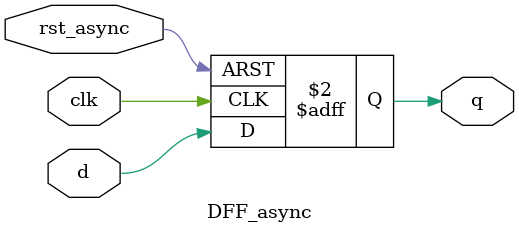
<source format=v>
module DFF_async (
	input wire clk,
  	input wire rst_async,
   	input wire d,
   	output reg q
);

	always @(posedge clk or posedge rst_async) begin
		if (rst_async)
			q <= 1'b0; 
		else
			q <= d;    
	end

endmodule


</source>
